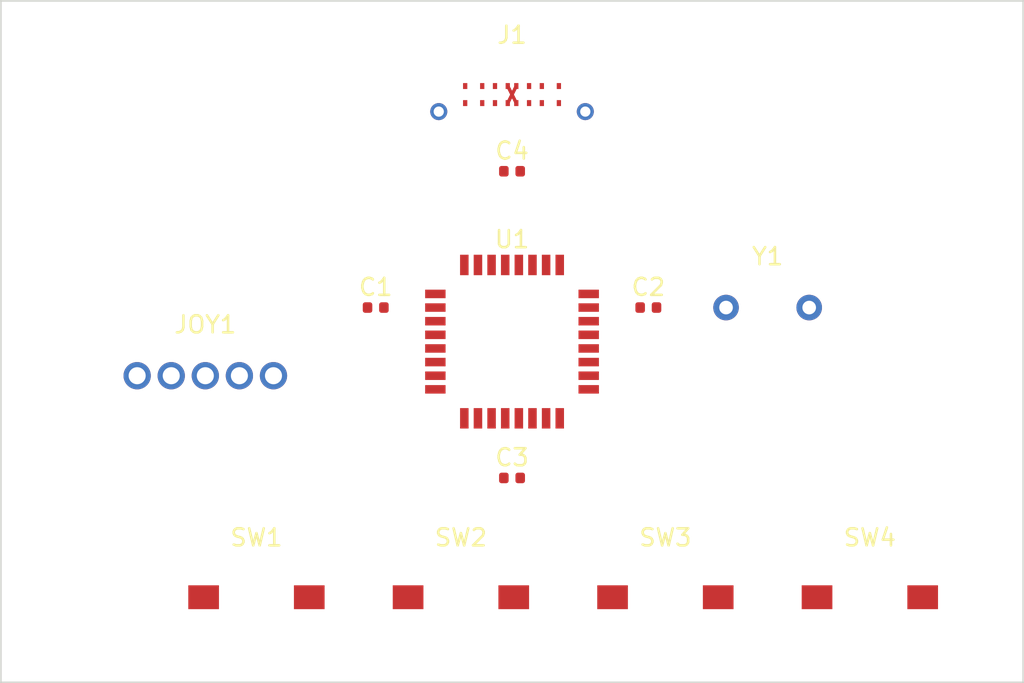
<source format=kicad_pcb>
(kicad_pcb (version 20240108) (generator "kicad-tools-demo") (generator_version "8.0")
  (layers (0 "F.Cu" signal) (31 "B.Cu" signal) (34 "B.Paste" user) (35 "F.Paste" user) (36 "B.SilkS" user "B.Silkscreen") (37 "F.SilkS" user "F.Silkscreen") (38 "B.Mask" user) (39 "F.Mask" user) (44 "Edge.Cuts" user))
  (net 0 "")
  (net 1 "VBUS")
  (net 2 "VCC")
  (net 3 "GND")
  (net 4 "USB_D+")
  (net 5 "USB_D-")
  (net 6 "USB_CC1")
  (net 7 "USB_CC2")
  (net 8 "JOY_X")
  (net 9 "JOY_Y")
  (net 10 "JOY_BTN")
  (net 11 "BTN1")
  (net 12 "BTN2")
  (net 13 "BTN3")
  (net 14 "BTN4")
  (net 15 "XTAL1")
  (net 16 "XTAL2")
  (gr_rect (start 100.0 100.0) (end 160.0 140.0) (stroke (width 0.1)) (fill none) (layer "Edge.Cuts"))
  (footprint "Package_QFP:TQFP-32_7x7mm_P0.8mm" (layer "F.Cu") (at 130.0 120.0)
    (fp_text reference "U1" (at 0 -6) (layer "F.SilkS"))
    (fp_text value "MCU")
    (pad "1" smd rect (at -4.500 -2.800) (size 1.2 0.5) (layers "F.Cu" "F.Paste" "F.Mask") (net 3 "GND"))
    (pad "2" smd rect (at -4.500 -2.000) (size 1.2 0.5) (layers "F.Cu" "F.Paste" "F.Mask") (net 15 "XTAL1"))
    (pad "3" smd rect (at -4.500 -1.200) (size 1.2 0.5) (layers "F.Cu" "F.Paste" "F.Mask") (net 16 "XTAL2"))
    (pad "4" smd rect (at -4.500 -0.400) (size 1.2 0.5) (layers "F.Cu" "F.Paste" "F.Mask") (net 2 "VCC"))
    (pad "5" smd rect (at -4.500 0.400) (size 1.2 0.5) (layers "F.Cu" "F.Paste" "F.Mask"))
    (pad "6" smd rect (at -4.500 1.200) (size 1.2 0.5) (layers "F.Cu" "F.Paste" "F.Mask"))
    (pad "7" smd rect (at -4.500 2.000) (size 1.2 0.5) (layers "F.Cu" "F.Paste" "F.Mask") (net 3 "GND"))
    (pad "8" smd rect (at -4.500 2.800) (size 1.2 0.5) (layers "F.Cu" "F.Paste" "F.Mask") (net 2 "VCC"))
    (pad "9" smd rect (at -2.800 4.500) (size 0.5 1.2) (layers "F.Cu" "F.Paste" "F.Mask") (net 8 "JOY_X"))
    (pad "10" smd rect (at -2.000 4.500) (size 0.5 1.2) (layers "F.Cu" "F.Paste" "F.Mask") (net 9 "JOY_Y"))
    (pad "11" smd rect (at -1.200 4.500) (size 0.5 1.2) (layers "F.Cu" "F.Paste" "F.Mask") (net 10 "JOY_BTN"))
    (pad "12" smd rect (at -0.400 4.500) (size 0.5 1.2) (layers "F.Cu" "F.Paste" "F.Mask") (net 11 "BTN1"))
    (pad "13" smd rect (at 0.400 4.500) (size 0.5 1.2) (layers "F.Cu" "F.Paste" "F.Mask") (net 12 "BTN2"))
    (pad "14" smd rect (at 1.200 4.500) (size 0.5 1.2) (layers "F.Cu" "F.Paste" "F.Mask") (net 13 "BTN3"))
    (pad "15" smd rect (at 2.000 4.500) (size 0.5 1.2) (layers "F.Cu" "F.Paste" "F.Mask") (net 14 "BTN4"))
    (pad "16" smd rect (at 2.800 4.500) (size 0.5 1.2) (layers "F.Cu" "F.Paste" "F.Mask") (net 3 "GND"))
    (pad "17" smd rect (at 4.500 -2.800) (size 1.2 0.5) (layers "F.Cu" "F.Paste" "F.Mask") (net 2 "VCC"))
    (pad "18" smd rect (at 4.500 -2.000) (size 1.2 0.5) (layers "F.Cu" "F.Paste" "F.Mask"))
    (pad "19" smd rect (at 4.500 -1.200) (size 1.2 0.5) (layers "F.Cu" "F.Paste" "F.Mask"))
    (pad "20" smd rect (at 4.500 -0.400) (size 1.2 0.5) (layers "F.Cu" "F.Paste" "F.Mask"))
    (pad "21" smd rect (at 4.500 0.400) (size 1.2 0.5) (layers "F.Cu" "F.Paste" "F.Mask"))
    (pad "22" smd rect (at 4.500 1.200) (size 1.2 0.5) (layers "F.Cu" "F.Paste" "F.Mask"))
    (pad "23" smd rect (at 4.500 2.000) (size 1.2 0.5) (layers "F.Cu" "F.Paste" "F.Mask") (net 3 "GND"))
    (pad "24" smd rect (at 4.500 2.800) (size 1.2 0.5) (layers "F.Cu" "F.Paste" "F.Mask") (net 2 "VCC"))
    (pad "25" smd rect (at 2.800 -4.500) (size 0.5 1.2) (layers "F.Cu" "F.Paste" "F.Mask") (net 3 "GND"))
    (pad "26" smd rect (at 2.000 -4.500) (size 0.5 1.2) (layers "F.Cu" "F.Paste" "F.Mask") (net 7 "USB_CC2"))
    (pad "27" smd rect (at 1.200 -4.500) (size 0.5 1.2) (layers "F.Cu" "F.Paste" "F.Mask") (net 6 "USB_CC1"))
    (pad "28" smd rect (at 0.400 -4.500) (size 0.5 1.2) (layers "F.Cu" "F.Paste" "F.Mask") (net 5 "USB_D-"))
    (pad "29" smd rect (at -0.400 -4.500) (size 0.5 1.2) (layers "F.Cu" "F.Paste" "F.Mask") (net 4 "USB_D+"))
    (pad "30" smd rect (at -1.200 -4.500) (size 0.5 1.2) (layers "F.Cu" "F.Paste" "F.Mask") (net 1 "VBUS"))
    (pad "31" smd rect (at -2.000 -4.500) (size 0.5 1.2) (layers "F.Cu" "F.Paste" "F.Mask"))
    (pad "32" smd rect (at -2.800 -4.500) (size 0.5 1.2) (layers "F.Cu" "F.Paste" "F.Mask") (net 3 "GND"))
  )
  (footprint "Connector_USB:USB_C_Receptacle_GCT_USB4105" (layer "F.Cu") (at 130.0 105.0)
    (fp_text reference "J1" (at 0 -3) (layer "F.SilkS"))
    (fp_text value "USB-C")
    (pad "A1" smd rect (at -2.75 0.00) (size 0.25 0.35) (layers "F.Cu" "F.Paste" "F.Mask") (net 3 "GND"))
    (pad "A4" smd rect (at -1.75 0.00) (size 0.25 0.35) (layers "F.Cu" "F.Paste" "F.Mask") (net 1 "VBUS"))
    (pad "A5" smd rect (at -1.00 0.00) (size 0.25 0.35) (layers "F.Cu" "F.Paste" "F.Mask") (net 6 "USB_CC1"))
    (pad "A6" smd rect (at -0.25 0.00) (size 0.25 0.35) (layers "F.Cu" "F.Paste" "F.Mask") (net 4 "USB_D+"))
    (pad "A7" smd rect (at 0.25 0.00) (size 0.25 0.35) (layers "F.Cu" "F.Paste" "F.Mask") (net 5 "USB_D-"))
    (pad "A8" smd rect (at 1.00 0.00) (size 0.25 0.35) (layers "F.Cu" "F.Paste" "F.Mask"))
    (pad "A9" smd rect (at 1.75 0.00) (size 0.25 0.35) (layers "F.Cu" "F.Paste" "F.Mask") (net 1 "VBUS"))
    (pad "A12" smd rect (at 2.75 0.00) (size 0.25 0.35) (layers "F.Cu" "F.Paste" "F.Mask") (net 3 "GND"))
    (pad "B1" smd rect (at 2.75 1.00) (size 0.25 0.35) (layers "F.Cu" "F.Paste" "F.Mask") (net 3 "GND"))
    (pad "B4" smd rect (at 1.75 1.00) (size 0.25 0.35) (layers "F.Cu" "F.Paste" "F.Mask") (net 1 "VBUS"))
    (pad "B5" smd rect (at 1.00 1.00) (size 0.25 0.35) (layers "F.Cu" "F.Paste" "F.Mask") (net 7 "USB_CC2"))
    (pad "B6" smd rect (at 0.25 1.00) (size 0.25 0.35) (layers "F.Cu" "F.Paste" "F.Mask") (net 4 "USB_D+"))
    (pad "B7" smd rect (at -0.25 1.00) (size 0.25 0.35) (layers "F.Cu" "F.Paste" "F.Mask") (net 5 "USB_D-"))
    (pad "B8" smd rect (at -1.00 1.00) (size 0.25 0.35) (layers "F.Cu" "F.Paste" "F.Mask"))
    (pad "B9" smd rect (at -1.75 1.00) (size 0.25 0.35) (layers "F.Cu" "F.Paste" "F.Mask") (net 1 "VBUS"))
    (pad "B12" smd rect (at -2.75 1.00) (size 0.25 0.35) (layers "F.Cu" "F.Paste" "F.Mask") (net 3 "GND"))
    (pad "S1" thru_hole circle (at -4.3 1.5) (size 1.0 1.0) (drill 0.6) (layers "*.Cu" "*.Mask") (net 3 "GND"))
    (pad "S2" thru_hole circle (at 4.3 1.5) (size 1.0 1.0) (drill 0.6) (layers "*.Cu" "*.Mask") (net 3 "GND"))
  )
  (footprint "Module:Joystick_Analog" (layer "F.Cu") (at 112.0 122.0)
    (fp_text reference "JOY1" (at 0 -3) (layer "F.SilkS"))
    (fp_text value "Joystick")
    (pad "1" thru_hole circle (at -4 0) (size 1.6 1.6) (drill 1.0) (layers "*.Cu" "*.Mask") (net 3 "GND"))
    (pad "2" thru_hole circle (at -2 0) (size 1.6 1.6) (drill 1.0) (layers "*.Cu" "*.Mask") (net 2 "VCC"))
    (pad "3" thru_hole circle (at 0 0) (size 1.6 1.6) (drill 1.0) (layers "*.Cu" "*.Mask") (net 8 "JOY_X"))
    (pad "4" thru_hole circle (at 2 0) (size 1.6 1.6) (drill 1.0) (layers "*.Cu" "*.Mask") (net 9 "JOY_Y"))
    (pad "5" thru_hole circle (at 4 0) (size 1.6 1.6) (drill 1.0) (layers "*.Cu" "*.Mask") (net 10 "JOY_BTN"))
  )
  (footprint "Crystal:Crystal_HC49-U_Vertical" (layer "F.Cu") (at 145.0 118.0)
    (fp_text reference "Y1" (at 0 -3) (layer "F.SilkS"))
    (fp_text value "16MHz")
    (pad "1" thru_hole circle (at -2.44 0) (size 1.5 1.5) (drill 0.8) (layers "*.Cu" "*.Mask") (net 15 "XTAL1"))
    (pad "2" thru_hole circle (at 2.44 0) (size 1.5 1.5) (drill 0.8) (layers "*.Cu" "*.Mask") (net 16 "XTAL2"))
  )
  (footprint "Button_Switch_SMD:SW_SPST_TL3342" (layer "F.Cu") (at 115.0 135.0)
    (fp_text reference "SW1" (at 0 -3.5) (layer "F.SilkS"))
    (fp_text value "Button")
    (pad "1" smd rect (at -3.1 0) (size 1.8 1.4) (layers "F.Cu" "F.Paste" "F.Mask") (net 11 "BTN1"))
    (pad "2" smd rect (at 3.1 0) (size 1.8 1.4) (layers "F.Cu" "F.Paste" "F.Mask") (net 3 "GND"))
  )
  (footprint "Button_Switch_SMD:SW_SPST_TL3342" (layer "F.Cu") (at 127.0 135.0)
    (fp_text reference "SW2" (at 0 -3.5) (layer "F.SilkS"))
    (fp_text value "Button")
    (pad "1" smd rect (at -3.1 0) (size 1.8 1.4) (layers "F.Cu" "F.Paste" "F.Mask") (net 12 "BTN2"))
    (pad "2" smd rect (at 3.1 0) (size 1.8 1.4) (layers "F.Cu" "F.Paste" "F.Mask") (net 3 "GND"))
  )
  (footprint "Button_Switch_SMD:SW_SPST_TL3342" (layer "F.Cu") (at 139.0 135.0)
    (fp_text reference "SW3" (at 0 -3.5) (layer "F.SilkS"))
    (fp_text value "Button")
    (pad "1" smd rect (at -3.1 0) (size 1.8 1.4) (layers "F.Cu" "F.Paste" "F.Mask") (net 13 "BTN3"))
    (pad "2" smd rect (at 3.1 0) (size 1.8 1.4) (layers "F.Cu" "F.Paste" "F.Mask") (net 3 "GND"))
  )
  (footprint "Button_Switch_SMD:SW_SPST_TL3342" (layer "F.Cu") (at 151.0 135.0)
    (fp_text reference "SW4" (at 0 -3.5) (layer "F.SilkS"))
    (fp_text value "Button")
    (pad "1" smd rect (at -3.1 0) (size 1.8 1.4) (layers "F.Cu" "F.Paste" "F.Mask") (net 14 "BTN4"))
    (pad "2" smd rect (at 3.1 0) (size 1.8 1.4) (layers "F.Cu" "F.Paste" "F.Mask") (net 3 "GND"))
  )
  (footprint "Capacitor_SMD:C_0402_1005Metric" (layer "F.Cu") (at 122.0 118.0)
    (fp_text reference "C1" (at 0 -1.2) (layer "F.SilkS"))
    (fp_text value "100nF")
    (pad "1" smd roundrect (at -0.48 0) (size 0.56 0.62) (layers "F.Cu" "F.Paste" "F.Mask") (net 2 "VCC"))
    (pad "2" smd roundrect (at 0.48 0) (size 0.56 0.62) (layers "F.Cu" "F.Paste" "F.Mask") (net 3 "GND"))
  )
  (footprint "Capacitor_SMD:C_0402_1005Metric" (layer "F.Cu") (at 138.0 118.0)
    (fp_text reference "C2" (at 0 -1.2) (layer "F.SilkS"))
    (fp_text value "100nF")
    (pad "1" smd roundrect (at -0.48 0) (size 0.56 0.62) (layers "F.Cu" "F.Paste" "F.Mask") (net 2 "VCC"))
    (pad "2" smd roundrect (at 0.48 0) (size 0.56 0.62) (layers "F.Cu" "F.Paste" "F.Mask") (net 3 "GND"))
  )
  (footprint "Capacitor_SMD:C_0402_1005Metric" (layer "F.Cu") (at 130.0 128.0)
    (fp_text reference "C3" (at 0 -1.2) (layer "F.SilkS"))
    (fp_text value "100nF")
    (pad "1" smd roundrect (at -0.48 0) (size 0.56 0.62) (layers "F.Cu" "F.Paste" "F.Mask") (net 2 "VCC"))
    (pad "2" smd roundrect (at 0.48 0) (size 0.56 0.62) (layers "F.Cu" "F.Paste" "F.Mask") (net 3 "GND"))
  )
  (footprint "Capacitor_SMD:C_0402_1005Metric" (layer "F.Cu") (at 130.0 110.0)
    (fp_text reference "C4" (at 0 -1.2) (layer "F.SilkS"))
    (fp_text value "100nF")
    (pad "1" smd roundrect (at -0.48 0) (size 0.56 0.62) (layers "F.Cu" "F.Paste" "F.Mask") (net 1 "VBUS"))
    (pad "2" smd roundrect (at 0.48 0) (size 0.56 0.62) (layers "F.Cu" "F.Paste" "F.Mask") (net 3 "GND"))
  )
  (segment (start 129.7500 106.0000) (end 130.2500 105.0000) (width 0.2) (layer "F.Cu") (net 5))
  (segment (start 129.7500 105.0000) (end 130.2500 106.0000) (width 0.2) (layer "F.Cu") (net 4))
)
</source>
